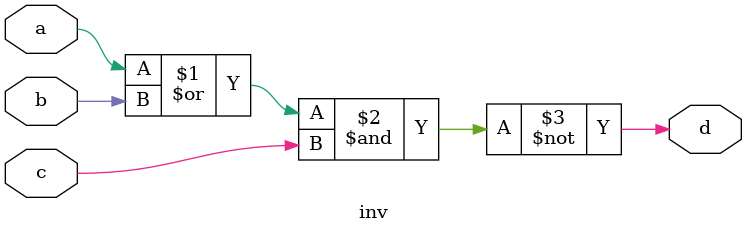
<source format=v>
`timescale 1ns / 1ps


module inv(
    input a, b, c,
    output d
);

assign d =  ~((a|b)&c);

endmodule

</source>
